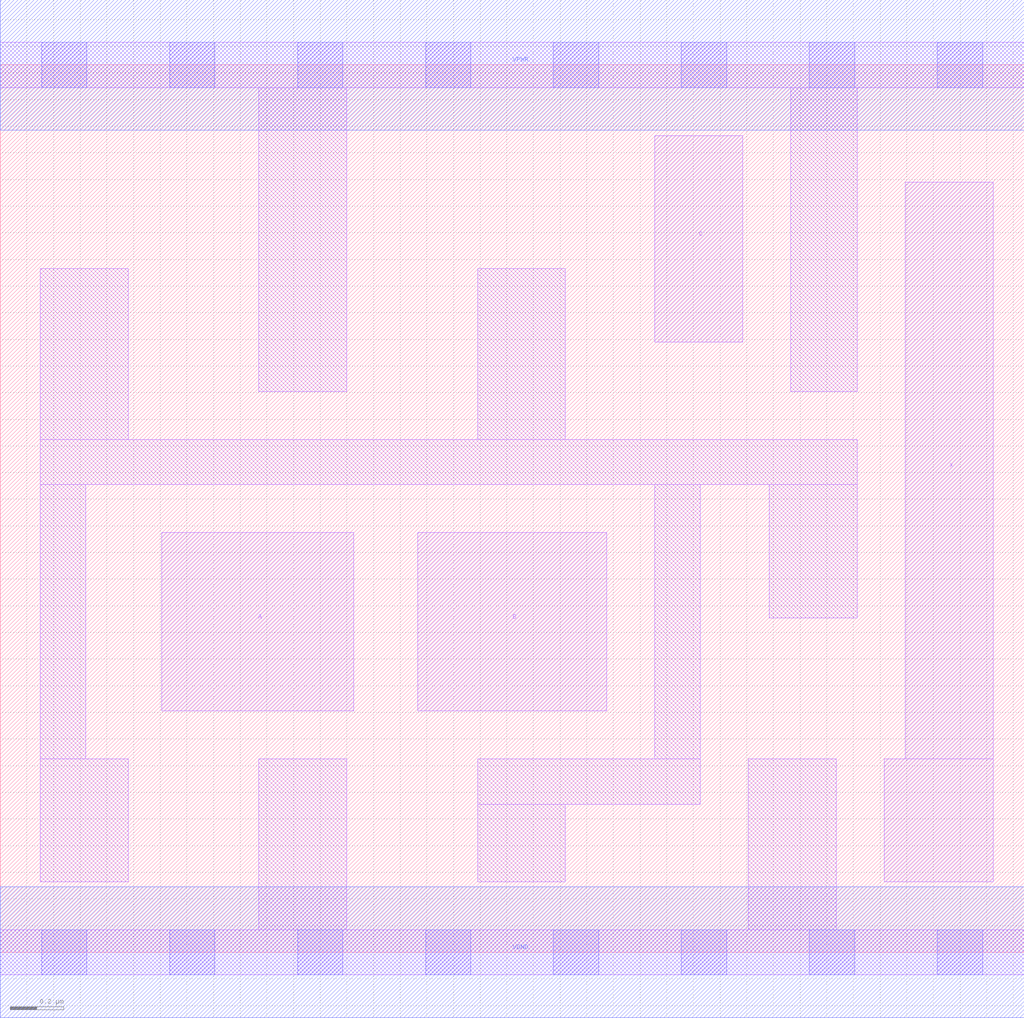
<source format=lef>
# Copyright 2020 The SkyWater PDK Authors
#
# Licensed under the Apache License, Version 2.0 (the "License");
# you may not use this file except in compliance with the License.
# You may obtain a copy of the License at
#
#     https://www.apache.org/licenses/LICENSE-2.0
#
# Unless required by applicable law or agreed to in writing, software
# distributed under the License is distributed on an "AS IS" BASIS,
# WITHOUT WARRANTIES OR CONDITIONS OF ANY KIND, either express or implied.
# See the License for the specific language governing permissions and
# limitations under the License.
#
# SPDX-License-Identifier: Apache-2.0

VERSION 5.7 ;
  NAMESCASESENSITIVE ON ;
  NOWIREEXTENSIONATPIN ON ;
  DIVIDERCHAR "/" ;
  BUSBITCHARS "[]" ;
UNITS
  DATABASE MICRONS 200 ;
END UNITS
MACRO sky130_fd_sc_lp__maj3_m
  CLASS CORE ;
  SOURCE USER ;
  FOREIGN sky130_fd_sc_lp__maj3_m ;
  ORIGIN  0.000000  0.000000 ;
  SIZE  3.840000 BY  3.330000 ;
  SYMMETRY X Y R90 ;
  SITE unit ;
  PIN A
    ANTENNAGATEAREA  0.252000 ;
    DIRECTION INPUT ;
    USE SIGNAL ;
    PORT
      LAYER li1 ;
        RECT 0.605000 0.905000 1.325000 1.575000 ;
    END
  END A
  PIN B
    ANTENNAGATEAREA  0.252000 ;
    DIRECTION INPUT ;
    USE SIGNAL ;
    PORT
      LAYER li1 ;
        RECT 1.565000 0.905000 2.275000 1.575000 ;
    END
  END B
  PIN C
    ANTENNAGATEAREA  0.252000 ;
    DIRECTION INPUT ;
    USE SIGNAL ;
    PORT
      LAYER li1 ;
        RECT 2.455000 2.290000 2.785000 3.065000 ;
    END
  END C
  PIN X
    ANTENNADIFFAREA  0.239400 ;
    DIRECTION OUTPUT ;
    USE SIGNAL ;
    PORT
      LAYER li1 ;
        RECT 3.315000 0.265000 3.725000 0.725000 ;
        RECT 3.395000 0.725000 3.725000 2.890000 ;
    END
  END X
  PIN VGND
    DIRECTION INOUT ;
    USE GROUND ;
    PORT
      LAYER met1 ;
        RECT 0.000000 -0.245000 3.840000 0.245000 ;
    END
  END VGND
  PIN VPWR
    DIRECTION INOUT ;
    USE POWER ;
    PORT
      LAYER met1 ;
        RECT 0.000000 3.085000 3.840000 3.575000 ;
    END
  END VPWR
  OBS
    LAYER li1 ;
      RECT 0.000000 -0.085000 3.840000 0.085000 ;
      RECT 0.000000  3.245000 3.840000 3.415000 ;
      RECT 0.150000  0.265000 0.480000 0.725000 ;
      RECT 0.150000  0.725000 0.320000 1.755000 ;
      RECT 0.150000  1.755000 3.215000 1.925000 ;
      RECT 0.150000  1.925000 0.480000 2.565000 ;
      RECT 0.970000  0.085000 1.300000 0.725000 ;
      RECT 0.970000  2.105000 1.300000 3.245000 ;
      RECT 1.790000  0.265000 2.120000 0.555000 ;
      RECT 1.790000  0.555000 2.625000 0.725000 ;
      RECT 1.790000  1.925000 2.120000 2.565000 ;
      RECT 2.455000  0.725000 2.625000 1.755000 ;
      RECT 2.805000  0.085000 3.135000 0.725000 ;
      RECT 2.885000  1.255000 3.215000 1.755000 ;
      RECT 2.965000  2.105000 3.215000 3.245000 ;
    LAYER mcon ;
      RECT 0.155000 -0.085000 0.325000 0.085000 ;
      RECT 0.155000  3.245000 0.325000 3.415000 ;
      RECT 0.635000 -0.085000 0.805000 0.085000 ;
      RECT 0.635000  3.245000 0.805000 3.415000 ;
      RECT 1.115000 -0.085000 1.285000 0.085000 ;
      RECT 1.115000  3.245000 1.285000 3.415000 ;
      RECT 1.595000 -0.085000 1.765000 0.085000 ;
      RECT 1.595000  3.245000 1.765000 3.415000 ;
      RECT 2.075000 -0.085000 2.245000 0.085000 ;
      RECT 2.075000  3.245000 2.245000 3.415000 ;
      RECT 2.555000 -0.085000 2.725000 0.085000 ;
      RECT 2.555000  3.245000 2.725000 3.415000 ;
      RECT 3.035000 -0.085000 3.205000 0.085000 ;
      RECT 3.035000  3.245000 3.205000 3.415000 ;
      RECT 3.515000 -0.085000 3.685000 0.085000 ;
      RECT 3.515000  3.245000 3.685000 3.415000 ;
  END
END sky130_fd_sc_lp__maj3_m
END LIBRARY

</source>
